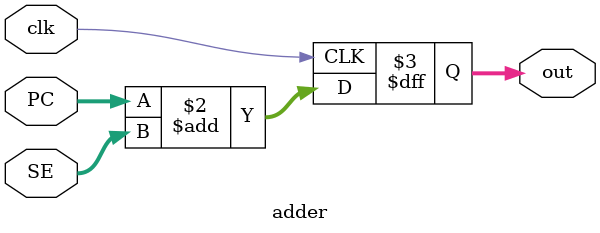
<source format=v>
`timescale 1ns / 1ps


module adder(
        input  [31:0] PC,
        input  [31:0] SE,
        input clk,
        
        output reg [31:0] out
);
    
always @(posedge clk) 
     begin
        out = PC + SE;      
     end
endmodule
</source>
